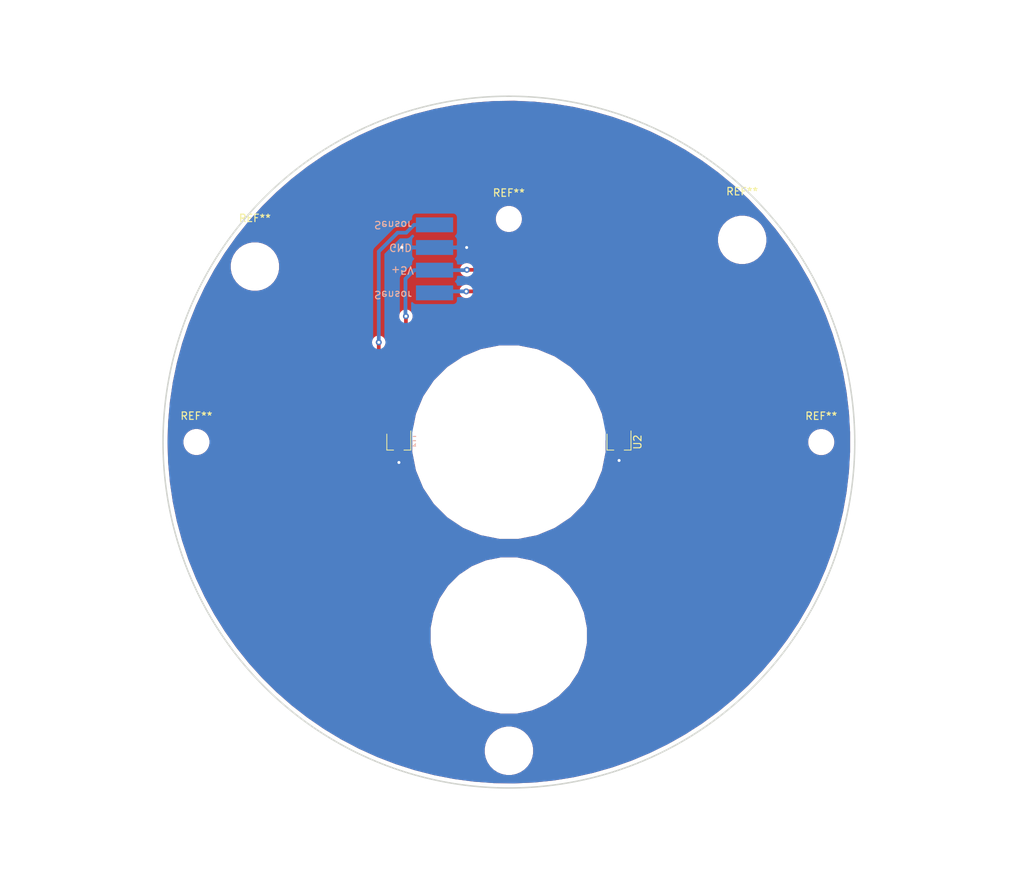
<source format=kicad_pcb>
(kicad_pcb (version 20171130) (host pcbnew "(5.1.5)-3")

  (general
    (thickness 1.6)
    (drawings 2)
    (tracks 43)
    (zones 0)
    (modules 14)
    (nets 5)
  )

  (page A4)
  (layers
    (0 F.Cu signal)
    (31 B.Cu signal)
    (32 B.Adhes user)
    (33 F.Adhes user)
    (34 B.Paste user)
    (35 F.Paste user)
    (36 B.SilkS user)
    (37 F.SilkS user)
    (38 B.Mask user)
    (39 F.Mask user)
    (40 Dwgs.User user)
    (41 Cmts.User user)
    (42 Eco1.User user)
    (43 Eco2.User user)
    (44 Edge.Cuts user)
    (45 Margin user)
    (46 B.CrtYd user)
    (47 F.CrtYd user)
    (48 B.Fab user)
    (49 F.Fab user)
  )

  (setup
    (last_trace_width 0.25)
    (trace_clearance 0.2)
    (zone_clearance 0.508)
    (zone_45_only no)
    (trace_min 0.2)
    (via_size 0.8)
    (via_drill 0.4)
    (via_min_size 0.4)
    (via_min_drill 0.3)
    (uvia_size 0.3)
    (uvia_drill 0.1)
    (uvias_allowed no)
    (uvia_min_size 0.2)
    (uvia_min_drill 0.1)
    (edge_width 0.05)
    (segment_width 0.2)
    (pcb_text_width 0.3)
    (pcb_text_size 1.5 1.5)
    (mod_edge_width 0.12)
    (mod_text_size 1 1)
    (mod_text_width 0.15)
    (pad_size 25 25)
    (pad_drill 25)
    (pad_to_mask_clearance 0.051)
    (solder_mask_min_width 0.25)
    (aux_axis_origin 0 0)
    (visible_elements 7FFFFFFF)
    (pcbplotparams
      (layerselection 0x010fc_ffffffff)
      (usegerberextensions true)
      (usegerberattributes false)
      (usegerberadvancedattributes false)
      (creategerberjobfile false)
      (excludeedgelayer true)
      (linewidth 0.100000)
      (plotframeref false)
      (viasonmask false)
      (mode 1)
      (useauxorigin false)
      (hpglpennumber 1)
      (hpglpenspeed 20)
      (hpglpendiameter 15.000000)
      (psnegative false)
      (psa4output false)
      (plotreference true)
      (plotvalue true)
      (plotinvisibletext false)
      (padsonsilk false)
      (subtractmaskfromsilk false)
      (outputformat 1)
      (mirror false)
      (drillshape 0)
      (scaleselection 1)
      (outputdirectory "GERBER/"))
  )

  (net 0 "")
  (net 1 GND)
  (net 2 "Net-(H1-Pad1)")
  (net 3 "Net-(H2-Pad1)")
  (net 4 "Net-(H4-Pad1)")

  (net_class Default "Ceci est la Netclass par défaut."
    (clearance 0.2)
    (trace_width 0.25)
    (via_dia 0.8)
    (via_drill 0.4)
    (uvia_dia 0.3)
    (uvia_drill 0.1)
    (add_net GND)
    (add_net "Net-(H1-Pad1)")
    (add_net "Net-(H2-Pad1)")
    (add_net "Net-(H4-Pad1)")
  )

  (module MountingHole:MountingHole_5.5mm (layer F.Cu) (tedit 61DAF72C) (tstamp 61DB05F3)
    (at 127.35 143.1)
    (descr "Mounting Hole 5.5mm, no annular")
    (tags "mounting hole 5.5mm no annular")
    (attr virtual)
    (fp_text reference REF** (at 0 -6.5) (layer F.SilkS)
      (effects (font (size 1 1) (thickness 0.15)))
    )
    (fp_text value MountingHole_5.5mm (at 0 6.5) (layer F.Fab)
      (effects (font (size 1 1) (thickness 0.15)))
    )
    (fp_circle (center 0 0) (end 3.25 0) (layer F.CrtYd) (width 0.05))
    (fp_circle (center 0 0) (end 3 0) (layer Cmts.User) (width 0.15))
    (fp_text user %R (at 0.3 0) (layer F.Fab)
      (effects (font (size 1 1) (thickness 0.15)))
    )
    (pad 1 np_thru_hole circle (at 0 0) (size 5.5 5.5) (drill 5.5) (layers *.Cu *.Mask))
  )

  (module MountingHole:MountingHole_5.5mm (layer F.Cu) (tedit 56D1B4CB) (tstamp 61DB0617)
    (at 93.2 78)
    (descr "Mounting Hole 5.5mm, no annular")
    (tags "mounting hole 5.5mm no annular")
    (attr virtual)
    (fp_text reference REF** (at 0 -6.5) (layer F.SilkS)
      (effects (font (size 1 1) (thickness 0.15)))
    )
    (fp_text value MountingHole_5.5mm (at 0 6.5) (layer F.Fab)
      (effects (font (size 1 1) (thickness 0.15)))
    )
    (fp_circle (center 0 0) (end 5.75 0) (layer F.CrtYd) (width 0.05))
    (fp_circle (center 0 0) (end 5.5 0) (layer Cmts.User) (width 0.15))
    (fp_text user %R (at 0.3 0) (layer F.Fab)
      (effects (font (size 1 1) (thickness 0.15)))
    )
    (pad 1 np_thru_hole circle (at 0 0) (size 5.5 5.5) (drill 5.5) (layers *.Cu *.Mask))
  )

  (module MountingHole:MountingHole_2.5mm (layer F.Cu) (tedit 56D1B4CB) (tstamp 61DB0CD1)
    (at 127.34 71.6)
    (descr "Mounting Hole 2.5mm, no annular")
    (tags "mounting hole 2.5mm no annular")
    (attr virtual)
    (fp_text reference REF** (at 0 -3.5) (layer F.SilkS)
      (effects (font (size 1 1) (thickness 0.15)))
    )
    (fp_text value MountingHole_2.5mm (at 0 3.5) (layer F.Fab)
      (effects (font (size 1 1) (thickness 0.15)))
    )
    (fp_circle (center 0 0) (end 2.75 0) (layer F.CrtYd) (width 0.05))
    (fp_circle (center 0 0) (end 2.5 0) (layer Cmts.User) (width 0.15))
    (fp_text user %R (at 0.3 0) (layer F.Fab)
      (effects (font (size 1 1) (thickness 0.15)))
    )
    (pad 1 np_thru_hole circle (at 0 0) (size 2.5 2.5) (drill 2.5) (layers *.Cu *.Mask))
  )

  (module MountingHole:MountingHole_2.5mm (layer F.Cu) (tedit 56D1B4CB) (tstamp 61DB0BA9)
    (at 85.34 101.59)
    (descr "Mounting Hole 2.5mm, no annular")
    (tags "mounting hole 2.5mm no annular")
    (attr virtual)
    (fp_text reference REF** (at 0 -3.5) (layer F.SilkS)
      (effects (font (size 1 1) (thickness 0.15)))
    )
    (fp_text value MountingHole_2.5mm (at 0 3.5) (layer F.Fab)
      (effects (font (size 1 1) (thickness 0.15)))
    )
    (fp_circle (center 0 0) (end 2.75 0) (layer F.CrtYd) (width 0.05))
    (fp_circle (center 0 0) (end 2.5 0) (layer Cmts.User) (width 0.15))
    (fp_text user %R (at 0.3 0) (layer F.Fab)
      (effects (font (size 1 1) (thickness 0.15)))
    )
    (pad 1 np_thru_hole circle (at 0 0) (size 2.5 2.5) (drill 2.5) (layers *.Cu *.Mask))
  )

  (module MountingHole:MountingHole_2.5mm (layer F.Cu) (tedit 56D1B4CB) (tstamp 61DB0B6F)
    (at 169.34 101.6)
    (descr "Mounting Hole 2.5mm, no annular")
    (tags "mounting hole 2.5mm no annular")
    (attr virtual)
    (fp_text reference REF** (at 0 -3.5) (layer F.SilkS)
      (effects (font (size 1 1) (thickness 0.15)))
    )
    (fp_text value MountingHole_2.5mm (at 0 3.5) (layer F.Fab)
      (effects (font (size 1 1) (thickness 0.15)))
    )
    (fp_circle (center 0 0) (end 2.75 0) (layer F.CrtYd) (width 0.05))
    (fp_circle (center 0 0) (end 2.5 0) (layer Cmts.User) (width 0.15))
    (fp_text user %R (at 0.3 0) (layer F.Fab)
      (effects (font (size 1 1) (thickness 0.15)))
    )
    (pad 1 np_thru_hole circle (at 0 0) (size 2.5 2.5) (drill 2.5) (layers *.Cu *.Mask))
  )

  (module MountingHole:MountingHole_5.5mm (layer F.Cu) (tedit 61DAEC54) (tstamp 61DB0A1D)
    (at 127.33 127.6)
    (descr "Mounting Hole 5.5mm, no annular")
    (tags "mounting hole 5.5mm no annular")
    (attr virtual)
    (fp_text reference REF** (at 0 -6.5) (layer F.SilkS)
      (effects (font (size 1 1) (thickness 0.15)))
    )
    (fp_text value MountingHole_5.5mm (at 0 6.5) (layer F.Fab)
      (effects (font (size 1 1) (thickness 0.15)))
    )
    (fp_circle (center 0 0) (end 11 0) (layer F.CrtYd) (width 0.05))
    (fp_circle (center 0 0) (end 10.5 0) (layer Cmts.User) (width 0.15))
    (fp_text user %R (at 0.3 0) (layer F.Fab)
      (effects (font (size 1 1) (thickness 0.15)))
    )
    (pad "" np_thru_hole circle (at 0 0) (size 20 20) (drill 20) (layers *.Cu *.Mask))
  )

  (module MountingHole:MountingHole_5.5mm (layer F.Cu) (tedit 61DAEBB9) (tstamp 61DB0886)
    (at 127.35 101.61)
    (descr "Mounting Hole 5.5mm, no annular")
    (tags "mounting hole 5.5mm no annular")
    (attr virtual)
    (fp_text reference REF** (at 0 -6.5) (layer F.SilkS)
      (effects (font (size 1 1) (thickness 0.15)))
    )
    (fp_text value MountingHole_5.5mm (at 0 6.5) (layer F.Fab)
      (effects (font (size 1 1) (thickness 0.15)))
    )
    (fp_circle (center 0 0) (end 13 0) (layer F.CrtYd) (width 0.05))
    (fp_circle (center 0 0) (end 12.75 0) (layer Cmts.User) (width 0.15))
    (pad "" np_thru_hole circle (at 0 0) (size 25 25) (drill 25) (layers *.Cu *.Mask))
  )

  (module MountingHole:MountingHole_5.5mm (layer F.Cu) (tedit 56D1B4CB) (tstamp 61DB063B)
    (at 158.71 74.41)
    (descr "Mounting Hole 5.5mm, no annular")
    (tags "mounting hole 5.5mm no annular")
    (attr virtual)
    (fp_text reference REF** (at 0 -6.5) (layer F.SilkS)
      (effects (font (size 1 1) (thickness 0.15)))
    )
    (fp_text value MountingHole_5.5mm (at 0 6.5) (layer F.Fab)
      (effects (font (size 1 1) (thickness 0.15)))
    )
    (fp_circle (center 0 0) (end 5.75 0) (layer F.CrtYd) (width 0.05))
    (fp_circle (center 0 0) (end 5.5 0) (layer Cmts.User) (width 0.15))
    (fp_text user %R (at 0.3 0) (layer F.Fab)
      (effects (font (size 1 1) (thickness 0.15)))
    )
    (pad 1 np_thru_hole circle (at 0 0) (size 5.5 5.5) (drill 5.5) (layers *.Cu *.Mask))
  )

  (module Connector_Wire:SolderWirePad_1x01_SMD_5x10mm (layer F.Cu) (tedit 61DABE85) (tstamp 61DAE844)
    (at 117.348 78.486 90)
    (descr "Wire Pad, Square, SMD Pad,  5mm x 10mm,")
    (tags "MesurementPoint Square SMDPad 5mmx10mm ")
    (path /61DB80A0)
    (fp_text reference +5V (at 0 -4.318 180 unlocked) (layer B.SilkS)
      (effects (font (size 1 1) (thickness 0.15)) (justify mirror))
    )
    (fp_text value MountingHole_Pad (at 0 6.35 90) (layer B.Fab)
      (effects (font (size 1 1) (thickness 0.15)) (justify mirror))
    )
    (fp_line (start -1.3 -2.8) (end -1.3 2.8) (layer F.CrtYd) (width 0.05))
    (fp_line (start -1.3 2.8) (end 1.3 2.8) (layer F.CrtYd) (width 0.05))
    (fp_line (start 1.3 2.8) (end 1.3 -2.8) (layer F.CrtYd) (width 0.05))
    (fp_line (start 1.3 -2.8) (end -1.3 -2.8) (layer F.CrtYd) (width 0.05))
    (fp_text user %R (at 0 0 90) (layer B.Fab)
      (effects (font (size 1 1) (thickness 0.15)) (justify mirror))
    )
    (pad 1 smd rect (at 0 0 270) (size 2 5) (layers B.Cu B.Paste B.Mask)
      (net 2 "Net-(H1-Pad1)"))
  )

  (module Connector_Wire:SolderWirePad_1x01_SMD_5x10mm (layer B.Cu) (tedit 61DABE06) (tstamp 61DAF897)
    (at 117.348 81.534 270)
    (descr "Wire Pad, Square, SMD Pad,  5mm x 10mm,")
    (tags "MesurementPoint Square SMDPad 5mmx10mm ")
    (path /61DBB087)
    (attr smd virtual)
    (fp_text reference Sensor (at 0.254 5.588 180 unlocked) (layer B.SilkS)
      (effects (font (size 1 1) (thickness 0.15)) (justify mirror))
    )
    (fp_text value MountingHole_Pad (at 0 -6.35 90) (layer B.Fab)
      (effects (font (size 1 1) (thickness 0.15)) (justify mirror))
    )
    (fp_line (start -1.3 2.8) (end -1.3 -2.8) (layer B.CrtYd) (width 0.05))
    (fp_line (start -1.3 -2.8) (end 1.3 -2.8) (layer B.CrtYd) (width 0.05))
    (fp_line (start 1.3 -2.8) (end 1.3 2.8) (layer B.CrtYd) (width 0.05))
    (fp_line (start 1.3 2.8) (end -1.3 2.8) (layer B.CrtYd) (width 0.05))
    (fp_text user %R (at 0 0 90) (layer B.Fab)
      (effects (font (size 1 1) (thickness 0.15)) (justify mirror))
    )
    (pad 1 smd rect (at 0 0 270) (size 2 5) (layers B.Cu B.Paste B.Mask)
      (net 4 "Net-(H4-Pad1)"))
  )

  (module Connector_Wire:SolderWirePad_1x01_SMD_5x10mm (layer B.Cu) (tedit 61DABD77) (tstamp 61DAEA97)
    (at 117.348 75.438 270)
    (descr "Wire Pad, Square, SMD Pad,  5mm x 10mm,")
    (tags "MesurementPoint Square SMDPad 5mmx10mm ")
    (path /61DBBF93)
    (attr smd virtual)
    (fp_text reference GND (at 0 4.572 180 unlocked) (layer B.SilkS)
      (effects (font (size 1 1) (thickness 0.15)) (justify mirror))
    )
    (fp_text value MountingHole_Pad (at 0 -6.35 90) (layer B.Fab)
      (effects (font (size 1 1) (thickness 0.15)) (justify mirror))
    )
    (fp_line (start -1.3 2.8) (end -1.3 -2.8) (layer B.CrtYd) (width 0.05))
    (fp_line (start -1.3 -2.8) (end 1.3 -2.8) (layer B.CrtYd) (width 0.05))
    (fp_line (start 1.3 -2.8) (end 1.3 2.8) (layer B.CrtYd) (width 0.05))
    (fp_line (start 1.3 2.8) (end -1.3 2.8) (layer B.CrtYd) (width 0.05))
    (fp_text user %R (at 0 0 90) (layer B.Fab)
      (effects (font (size 1 1) (thickness 0.15)) (justify mirror))
    )
    (pad 1 smd rect (at 0 0 270) (size 2 5) (layers B.Cu B.Paste B.Mask)
      (net 1 GND))
  )

  (module Connector_Wire:SolderWirePad_1x01_SMD_5x10mm (layer B.Cu) (tedit 61DABC7F) (tstamp 61DAF7CD)
    (at 117.348 72.39 270)
    (descr "Wire Pad, Square, SMD Pad,  5mm x 10mm,")
    (tags "MesurementPoint Square SMDPad 5mmx10mm ")
    (path /61DBB8E4)
    (attr smd virtual)
    (fp_text reference Sensor (at 0 5.588 180 unlocked) (layer B.SilkS)
      (effects (font (size 1 1) (thickness 0.15)) (justify mirror))
    )
    (fp_text value MountingHole_Pad (at 0 -6.35 90) (layer B.Fab)
      (effects (font (size 1 1) (thickness 0.15)) (justify mirror))
    )
    (fp_line (start -1.3 2.8) (end -1.3 -2.8) (layer B.CrtYd) (width 0.05))
    (fp_line (start -1.3 -2.8) (end 1.3 -2.8) (layer B.CrtYd) (width 0.05))
    (fp_line (start 1.3 -2.8) (end 1.3 2.8) (layer B.CrtYd) (width 0.05))
    (fp_line (start 1.3 2.8) (end -1.3 2.8) (layer B.CrtYd) (width 0.05))
    (fp_text user %R (at 0 0 270) (layer B.Fab)
      (effects (font (size 1 1) (thickness 0.15)) (justify mirror))
    )
    (pad 1 smd rect (at 0 0 270) (size 2 5) (layers B.Cu B.Paste B.Mask)
      (net 3 "Net-(H2-Pad1)"))
  )

  (module Package_TO_SOT_SMD:SOT-23W (layer F.Cu) (tedit 5A02FF57) (tstamp 61DB0F97)
    (at 142.15 101.6 270)
    (descr "SOT-23W http://www.allegromicro.com/~/media/Files/Datasheets/A112x-Datasheet.ashx?la=en&hash=7BC461E058CC246E0BAB62433B2F1ECA104CA9D3")
    (tags SOT-23W)
    (path /61D9D574)
    (attr smd)
    (fp_text reference U2 (at 0 -2.5 90) (layer F.SilkS)
      (effects (font (size 1 1) (thickness 0.15)))
    )
    (fp_text value A1302ELHLT-T (at 0 2.5 90) (layer F.Fab)
      (effects (font (size 1 1) (thickness 0.15)))
    )
    (fp_line (start -1.95 1.74) (end -1.95 -1.74) (layer F.CrtYd) (width 0.05))
    (fp_line (start 1.95 1.74) (end -1.95 1.74) (layer F.CrtYd) (width 0.05))
    (fp_line (start 1.95 -1.74) (end 1.95 1.74) (layer F.CrtYd) (width 0.05))
    (fp_line (start -1.95 -1.74) (end 1.95 -1.74) (layer F.CrtYd) (width 0.05))
    (fp_line (start -0.955 1.49) (end 0.955 1.49) (layer F.Fab) (width 0.1))
    (fp_line (start 0.955 -1.49) (end 0.955 1.49) (layer F.Fab) (width 0.1))
    (fp_line (start -0.955 -0.49) (end 0.045 -1.49) (layer F.Fab) (width 0.1))
    (fp_line (start 0.045 -1.49) (end 0.955 -1.49) (layer F.Fab) (width 0.1))
    (fp_line (start -0.955 -0.49) (end -0.955 1.49) (layer F.Fab) (width 0.1))
    (fp_text user %R (at 0 0) (layer F.Fab)
      (effects (font (size 0.5 0.5) (thickness 0.075)))
    )
    (fp_line (start -1.075 1.61) (end 1.075 1.61) (layer F.SilkS) (width 0.12))
    (fp_line (start -1.5 -1.61) (end 1.075 -1.61) (layer F.SilkS) (width 0.12))
    (fp_line (start 1.075 0.7) (end 1.075 1.61) (layer F.SilkS) (width 0.12))
    (fp_line (start 1.075 -1.61) (end 1.075 -0.7) (layer F.SilkS) (width 0.12))
    (pad 3 smd rect (at 1.2 0 270) (size 1 0.7) (layers F.Cu F.Paste F.Mask)
      (net 1 GND))
    (pad 2 smd rect (at -1.2 0.95 270) (size 1 0.7) (layers F.Cu F.Paste F.Mask)
      (net 4 "Net-(H4-Pad1)"))
    (pad 1 smd rect (at -1.2 -0.95 270) (size 1 0.7) (layers F.Cu F.Paste F.Mask)
      (net 2 "Net-(H1-Pad1)"))
    (model ${KISYS3DMOD}/Package_TO_SOT_SMD.3dshapes/SOT-23W.wrl
      (at (xyz 0 0 0))
      (scale (xyz 1 1 1))
      (rotate (xyz 0 0 0))
    )
  )

  (module Package_TO_SOT_SMD:SOT-23W (layer F.Cu) (tedit 5A02FF57) (tstamp 61DB0ECB)
    (at 112.54 101.6 270)
    (descr "SOT-23W http://www.allegromicro.com/~/media/Files/Datasheets/A112x-Datasheet.ashx?la=en&hash=7BC461E058CC246E0BAB62433B2F1ECA104CA9D3")
    (tags SOT-23W)
    (path /61D9CBE1)
    (attr smd)
    (fp_text reference U1 (at 0 -2.5 90) (layer B.SilkS)
      (effects (font (size 1 1) (thickness 0.15)) (justify mirror))
    )
    (fp_text value A1302ELHLT-T (at 0 2.5 90) (layer B.Fab)
      (effects (font (size 1 1) (thickness 0.15)) (justify mirror))
    )
    (fp_line (start -1.95 1.74) (end -1.95 -1.74) (layer F.CrtYd) (width 0.05))
    (fp_line (start 1.95 1.74) (end -1.95 1.74) (layer F.CrtYd) (width 0.05))
    (fp_line (start 1.95 -1.74) (end 1.95 1.74) (layer F.CrtYd) (width 0.05))
    (fp_line (start -1.95 -1.74) (end 1.95 -1.74) (layer F.CrtYd) (width 0.05))
    (fp_line (start -0.955 1.49) (end 0.955 1.49) (layer F.Fab) (width 0.1))
    (fp_line (start 0.955 -1.49) (end 0.955 1.49) (layer F.Fab) (width 0.1))
    (fp_line (start -0.955 -0.49) (end 0.045 -1.49) (layer F.Fab) (width 0.1))
    (fp_line (start 0.045 -1.49) (end 0.955 -1.49) (layer F.Fab) (width 0.1))
    (fp_line (start -0.955 -0.49) (end -0.955 1.49) (layer F.Fab) (width 0.1))
    (fp_text user %R (at 0 0) (layer F.Fab)
      (effects (font (size 0.5 0.5) (thickness 0.075)))
    )
    (fp_line (start -1.075 1.61) (end 1.075 1.61) (layer F.SilkS) (width 0.12))
    (fp_line (start -1.5 -1.61) (end 1.075 -1.61) (layer F.SilkS) (width 0.12))
    (fp_line (start 1.075 0.7) (end 1.075 1.61) (layer F.SilkS) (width 0.12))
    (fp_line (start 1.075 -1.61) (end 1.075 -0.7) (layer F.SilkS) (width 0.12))
    (pad 3 smd rect (at 1.2 0 270) (size 1 0.7) (layers F.Cu F.Paste F.Mask)
      (net 1 GND))
    (pad 2 smd rect (at -1.2 0.95 270) (size 1 0.7) (layers F.Cu F.Paste F.Mask)
      (net 3 "Net-(H2-Pad1)"))
    (pad 1 smd rect (at -1.2 -0.95 270) (size 1 0.7) (layers F.Cu F.Paste F.Mask)
      (net 2 "Net-(H1-Pad1)"))
    (model ${KISYS3DMOD}/Package_TO_SOT_SMD.3dshapes/SOT-23W.wrl
      (at (xyz 0 0 0))
      (scale (xyz 1 1 1))
      (rotate (xyz 0 0 0))
    )
  )

  (gr_circle (center 127.344 101.6) (end 132.08 113.03) (layer Edge.Cuts) (width 0.05))
  (gr_circle (center 127.344 101.6) (end 173.844 101.6) (layer Edge.Cuts) (width 0.2))

  (via (at 121.666 75.438) (size 0.8) (drill 0.4) (layers F.Cu B.Cu) (net 1))
  (segment (start 117.348 75.438) (end 121.666 75.438) (width 0.5) (layer B.Cu) (net 1))
  (segment (start 114.598 75.438) (end 114.58 75.42) (width 0.5) (layer B.Cu) (net 1))
  (segment (start 114.58 75.42) (end 112.95 75.42) (width 0.5) (layer B.Cu) (net 1))
  (via (at 112.95 75.42) (size 0.8) (drill 0.4) (layers F.Cu B.Cu) (net 1))
  (segment (start 117.348 75.438) (end 114.598 75.438) (width 0.5) (layer B.Cu) (net 1))
  (via (at 112.56 104.34) (size 0.8) (drill 0.4) (layers F.Cu B.Cu) (net 1))
  (segment (start 112.54 102.8) (end 112.54 104.32) (width 0.5) (layer F.Cu) (net 1))
  (segment (start 112.54 104.32) (end 112.56 104.34) (width 0.5) (layer F.Cu) (net 1))
  (via (at 142.16 104.07) (size 0.8) (drill 0.4) (layers F.Cu B.Cu) (net 1))
  (segment (start 142.15 102.8) (end 142.15 104.06) (width 0.5) (layer F.Cu) (net 1))
  (segment (start 142.15 104.06) (end 142.16 104.07) (width 0.5) (layer F.Cu) (net 1))
  (segment (start 114.598 78.486) (end 113.44 79.644) (width 0.5) (layer B.Cu) (net 2))
  (segment (start 117.348 78.486) (end 114.598 78.486) (width 0.5) (layer B.Cu) (net 2))
  (via (at 113.5 84.68) (size 0.8) (drill 0.4) (layers F.Cu B.Cu) (net 2))
  (segment (start 113.44 79.644) (end 113.44 84.62) (width 0.5) (layer B.Cu) (net 2))
  (segment (start 113.44 84.62) (end 113.5 84.68) (width 0.5) (layer B.Cu) (net 2))
  (segment (start 113.5 100.39) (end 113.49 100.4) (width 0.5) (layer F.Cu) (net 2))
  (segment (start 113.5 84.68) (end 113.5 100.39) (width 0.5) (layer F.Cu) (net 2))
  (via (at 121.69 78.44) (size 0.8) (drill 0.4) (layers F.Cu B.Cu) (net 2))
  (segment (start 117.348 78.486) (end 121.644 78.486) (width 0.5) (layer B.Cu) (net 2))
  (segment (start 121.644 78.486) (end 121.69 78.44) (width 0.5) (layer B.Cu) (net 2))
  (segment (start 121.69 78.44) (end 131.45 78.44) (width 0.5) (layer F.Cu) (net 2))
  (segment (start 143.1 90.09) (end 143.1 100.4) (width 0.5) (layer F.Cu) (net 2))
  (segment (start 131.45 78.44) (end 143.1 90.09) (width 0.5) (layer F.Cu) (net 2))
  (segment (start 112.08 100.4) (end 111.48 100.4) (width 0.5) (layer F.Cu) (net 3))
  (segment (start 109.85 99.26) (end 110.99 100.4) (width 0.5) (layer F.Cu) (net 3))
  (segment (start 109.85 88.19) (end 109.85 99.26) (width 0.5) (layer F.Cu) (net 3))
  (segment (start 112.38 73.45) (end 109.85 75.98) (width 0.5) (layer B.Cu) (net 3))
  (segment (start 109.85 75.98) (end 109.85 88.19) (width 0.5) (layer B.Cu) (net 3))
  (segment (start 110.99 100.4) (end 111.59 100.4) (width 0.5) (layer F.Cu) (net 3))
  (segment (start 113.538 73.45) (end 112.38 73.45) (width 0.5) (layer B.Cu) (net 3))
  (segment (start 117.348 72.39) (end 114.598 72.39) (width 0.5) (layer B.Cu) (net 3))
  (segment (start 114.598 72.39) (end 113.538 73.45) (width 0.5) (layer B.Cu) (net 3))
  (via (at 109.85 88.19) (size 0.8) (drill 0.4) (layers F.Cu B.Cu) (net 3))
  (segment (start 140.782 100.4) (end 140.782 99.408) (width 0.5) (layer F.Cu) (net 4))
  (segment (start 121.61 81.34) (end 117.542 81.34) (width 0.5) (layer B.Cu) (net 4))
  (segment (start 117.542 81.34) (end 117.348 81.534) (width 0.5) (layer B.Cu) (net 4))
  (segment (start 130.51 81.34) (end 121.61 81.34) (width 0.5) (layer F.Cu) (net 4))
  (segment (start 140.98 91.81) (end 130.51 81.34) (width 0.5) (layer F.Cu) (net 4))
  (via (at 121.61 81.34) (size 0.8) (drill 0.4) (layers F.Cu B.Cu) (net 4))
  (segment (start 140.98 99.21) (end 140.98 91.81) (width 0.5) (layer F.Cu) (net 4))
  (segment (start 140.782 99.408) (end 140.98 99.21) (width 0.5) (layer F.Cu) (net 4))

  (zone (net 1) (net_name GND) (layer F.Cu) (tstamp 61DB1015) (hatch edge 0.508)
    (connect_pads (clearance 0.508))
    (min_thickness 0.254)
    (fill yes (arc_segments 32) (thermal_gap 0.508) (thermal_bridge_width 0.508))
    (polygon
      (pts
        (xy 185.42 50.8) (xy 182.118 151.638) (xy 66.802 151.892) (xy 80.518 50.546) (xy 72.898 50.292)
      )
    )
    (filled_polygon
      (pts
        (xy 130.700213 55.958231) (xy 133.373035 56.233868) (xy 136.025073 56.665891) (xy 138.647186 57.252811) (xy 141.230335 57.992605)
        (xy 143.765615 58.882722) (xy 146.244286 59.920096) (xy 148.657803 61.101148) (xy 150.997848 62.421808) (xy 153.256353 63.877524)
        (xy 155.425532 65.463277) (xy 157.497909 67.1736) (xy 159.466339 69.002599) (xy 161.324036 70.943967) (xy 163.064598 72.991013)
        (xy 164.682023 75.136681) (xy 166.170736 77.373573) (xy 167.525606 79.693978) (xy 168.741961 82.089898) (xy 169.815608 84.553073)
        (xy 170.742848 87.075013) (xy 171.520482 89.647023) (xy 172.145831 92.260238) (xy 172.616739 94.905648) (xy 172.931582 97.574136)
        (xy 173.089276 100.256502) (xy 173.089276 102.943498) (xy 172.931582 105.625864) (xy 172.616739 108.294352) (xy 172.145831 110.939762)
        (xy 171.520482 113.552977) (xy 170.742848 116.124987) (xy 169.815608 118.646927) (xy 168.741961 121.110102) (xy 167.525606 123.506022)
        (xy 166.170736 125.826427) (xy 164.682023 128.063319) (xy 163.064598 130.208987) (xy 161.324036 132.256033) (xy 159.466339 134.197401)
        (xy 157.497909 136.0264) (xy 155.425532 137.736723) (xy 153.256353 139.322476) (xy 150.997848 140.778192) (xy 148.657803 142.098852)
        (xy 146.244286 143.279904) (xy 143.765615 144.317278) (xy 141.230335 145.207395) (xy 138.647186 145.947189) (xy 136.025073 146.534109)
        (xy 133.373035 146.966132) (xy 130.700213 147.241769) (xy 128.015822 147.360069) (xy 125.329114 147.320624) (xy 122.649353 147.123571)
        (xy 119.985775 146.769589) (xy 117.347562 146.259898) (xy 114.743809 145.596254) (xy 112.183491 144.780947) (xy 109.675435 143.816786)
        (xy 107.359525 142.766607) (xy 123.965 142.766607) (xy 123.965 143.433393) (xy 124.095083 144.087368) (xy 124.350252 144.703399)
        (xy 124.720698 145.257812) (xy 125.192188 145.729302) (xy 125.746601 146.099748) (xy 126.362632 146.354917) (xy 127.016607 146.485)
        (xy 127.683393 146.485) (xy 128.337368 146.354917) (xy 128.953399 146.099748) (xy 129.507812 145.729302) (xy 129.979302 145.257812)
        (xy 130.349748 144.703399) (xy 130.604917 144.087368) (xy 130.735 143.433393) (xy 130.735 142.766607) (xy 130.604917 142.112632)
        (xy 130.349748 141.496601) (xy 129.979302 140.942188) (xy 129.507812 140.470698) (xy 128.953399 140.100252) (xy 128.337368 139.845083)
        (xy 127.683393 139.715) (xy 127.016607 139.715) (xy 126.362632 139.845083) (xy 125.746601 140.100252) (xy 125.192188 140.470698)
        (xy 124.720698 140.942188) (xy 124.350252 141.496601) (xy 124.095083 142.112632) (xy 123.965 142.766607) (xy 107.359525 142.766607)
        (xy 107.228286 142.707095) (xy 104.85048 141.4557) (xy 102.550214 140.066913) (xy 100.335417 138.545523) (xy 98.213725 136.896774)
        (xy 96.19245 135.12635) (xy 94.278561 133.240354) (xy 92.478656 131.245287) (xy 90.798939 129.148026) (xy 89.2452 126.955802)
        (xy 88.993583 126.552544) (xy 116.695 126.552544) (xy 116.695 128.647456) (xy 117.103697 130.702115) (xy 117.905385 132.637561)
        (xy 119.069256 134.379417) (xy 120.550583 135.860744) (xy 122.292439 137.024615) (xy 124.227885 137.826303) (xy 126.282544 138.235)
        (xy 128.377456 138.235) (xy 130.432115 137.826303) (xy 132.367561 137.024615) (xy 134.109417 135.860744) (xy 135.590744 134.379417)
        (xy 136.754615 132.637561) (xy 137.556303 130.702115) (xy 137.965 128.647456) (xy 137.965 126.552544) (xy 137.556303 124.497885)
        (xy 136.754615 122.562439) (xy 135.590744 120.820583) (xy 134.109417 119.339256) (xy 132.367561 118.175385) (xy 130.432115 117.373697)
        (xy 128.377456 116.965) (xy 126.282544 116.965) (xy 124.227885 117.373697) (xy 122.292439 118.175385) (xy 120.550583 119.339256)
        (xy 119.069256 120.820583) (xy 117.905385 122.562439) (xy 117.103697 124.497885) (xy 116.695 126.552544) (xy 88.993583 126.552544)
        (xy 87.822796 124.67617) (xy 86.536629 122.316991) (xy 85.391134 119.886396) (xy 84.390259 117.392764) (xy 83.537455 114.84469)
        (xy 82.835661 112.25096) (xy 82.287296 109.620514) (xy 81.894251 106.962419) (xy 81.657881 104.285839) (xy 81.579 101.6)
        (xy 81.584746 101.404344) (xy 83.455 101.404344) (xy 83.455 101.775656) (xy 83.527439 102.139834) (xy 83.669534 102.482882)
        (xy 83.875825 102.791618) (xy 84.138382 103.054175) (xy 84.447118 103.260466) (xy 84.790166 103.402561) (xy 85.154344 103.475)
        (xy 85.525656 103.475) (xy 85.889834 103.402561) (xy 86.137438 103.3) (xy 111.551928 103.3) (xy 111.564188 103.424482)
        (xy 111.600498 103.54418) (xy 111.659463 103.654494) (xy 111.738815 103.751185) (xy 111.835506 103.830537) (xy 111.94582 103.889502)
        (xy 112.065518 103.925812) (xy 112.19 103.938072) (xy 112.25425 103.935) (xy 112.413 103.77625) (xy 112.413 102.927)
        (xy 112.667 102.927) (xy 112.667 103.77625) (xy 112.82575 103.935) (xy 112.89 103.938072) (xy 113.014482 103.925812)
        (xy 113.13418 103.889502) (xy 113.244494 103.830537) (xy 113.341185 103.751185) (xy 113.420537 103.654494) (xy 113.479502 103.54418)
        (xy 113.515812 103.424482) (xy 113.528072 103.3) (xy 113.525 103.08575) (xy 113.36625 102.927) (xy 112.667 102.927)
        (xy 112.413 102.927) (xy 111.71375 102.927) (xy 111.555 103.08575) (xy 111.551928 103.3) (xy 86.137438 103.3)
        (xy 86.232882 103.260466) (xy 86.541618 103.054175) (xy 86.804175 102.791618) (xy 87.010466 102.482882) (xy 87.086218 102.3)
        (xy 111.551928 102.3) (xy 111.555 102.51425) (xy 111.71375 102.673) (xy 112.413 102.673) (xy 112.413 101.82375)
        (xy 112.667 101.82375) (xy 112.667 102.673) (xy 113.36625 102.673) (xy 113.525 102.51425) (xy 113.528072 102.3)
        (xy 113.515812 102.175518) (xy 113.479502 102.05582) (xy 113.420537 101.945506) (xy 113.341185 101.848815) (xy 113.244494 101.769463)
        (xy 113.13418 101.710498) (xy 113.014482 101.674188) (xy 112.89 101.661928) (xy 112.82575 101.665) (xy 112.667 101.82375)
        (xy 112.413 101.82375) (xy 112.25425 101.665) (xy 112.19 101.661928) (xy 112.065518 101.674188) (xy 111.94582 101.710498)
        (xy 111.835506 101.769463) (xy 111.738815 101.848815) (xy 111.659463 101.945506) (xy 111.600498 102.05582) (xy 111.564188 102.175518)
        (xy 111.551928 102.3) (xy 87.086218 102.3) (xy 87.152561 102.139834) (xy 87.225 101.775656) (xy 87.225 101.404344)
        (xy 87.152561 101.040166) (xy 87.010466 100.697118) (xy 86.804175 100.388382) (xy 86.541618 100.125825) (xy 86.232882 99.919534)
        (xy 85.889834 99.777439) (xy 85.525656 99.705) (xy 85.154344 99.705) (xy 84.790166 99.777439) (xy 84.447118 99.919534)
        (xy 84.138382 100.125825) (xy 83.875825 100.388382) (xy 83.669534 100.697118) (xy 83.527439 101.040166) (xy 83.455 101.404344)
        (xy 81.584746 101.404344) (xy 81.657881 98.914161) (xy 81.894251 96.237581) (xy 82.287296 93.579486) (xy 82.835661 90.94904)
        (xy 83.537455 88.35531) (xy 83.626899 88.088061) (xy 108.815 88.088061) (xy 108.815 88.291939) (xy 108.854774 88.491898)
        (xy 108.932795 88.680256) (xy 108.965 88.728454) (xy 108.965001 99.216521) (xy 108.960719 99.26) (xy 108.977805 99.43349)
        (xy 109.028412 99.600313) (xy 109.11059 99.754059) (xy 109.193468 99.855046) (xy 109.193471 99.855049) (xy 109.221184 99.888817)
        (xy 109.254951 99.916529) (xy 110.33347 100.995049) (xy 110.361183 101.028817) (xy 110.394951 101.05653) (xy 110.394953 101.056532)
        (xy 110.466452 101.11521) (xy 110.495941 101.139411) (xy 110.649687 101.221589) (xy 110.700039 101.236863) (xy 110.709463 101.254494)
        (xy 110.788815 101.351185) (xy 110.885506 101.430537) (xy 110.99582 101.489502) (xy 111.115518 101.525812) (xy 111.24 101.538072)
        (xy 111.94 101.538072) (xy 112.064482 101.525812) (xy 112.18418 101.489502) (xy 112.294494 101.430537) (xy 112.391185 101.351185)
        (xy 112.470537 101.254494) (xy 112.515249 101.170845) (xy 112.553751 101.150266) (xy 112.609463 101.254494) (xy 112.688815 101.351185)
        (xy 112.785506 101.430537) (xy 112.89582 101.489502) (xy 113.015518 101.525812) (xy 113.14 101.538072) (xy 113.84 101.538072)
        (xy 113.964482 101.525812) (xy 114.08418 101.489502) (xy 114.194494 101.430537) (xy 114.215 101.413708) (xy 114.215 102.903685)
        (xy 114.71977 105.441338) (xy 115.709914 107.831756) (xy 117.147379 109.983075) (xy 118.976925 111.812621) (xy 121.128244 113.250086)
        (xy 123.518662 114.24023) (xy 126.056315 114.745) (xy 128.643685 114.745) (xy 131.181338 114.24023) (xy 133.571756 113.250086)
        (xy 135.723075 111.812621) (xy 137.552621 109.983075) (xy 138.990086 107.831756) (xy 139.98023 105.441338) (xy 140.406168 103.3)
        (xy 141.161928 103.3) (xy 141.174188 103.424482) (xy 141.210498 103.54418) (xy 141.269463 103.654494) (xy 141.348815 103.751185)
        (xy 141.445506 103.830537) (xy 141.55582 103.889502) (xy 141.675518 103.925812) (xy 141.8 103.938072) (xy 141.86425 103.935)
        (xy 142.023 103.77625) (xy 142.023 102.927) (xy 142.277 102.927) (xy 142.277 103.77625) (xy 142.43575 103.935)
        (xy 142.5 103.938072) (xy 142.624482 103.925812) (xy 142.74418 103.889502) (xy 142.854494 103.830537) (xy 142.951185 103.751185)
        (xy 143.030537 103.654494) (xy 143.089502 103.54418) (xy 143.125812 103.424482) (xy 143.138072 103.3) (xy 143.135 103.08575)
        (xy 142.97625 102.927) (xy 142.277 102.927) (xy 142.023 102.927) (xy 141.32375 102.927) (xy 141.165 103.08575)
        (xy 141.161928 103.3) (xy 140.406168 103.3) (xy 140.485 102.903685) (xy 140.485 102.3) (xy 141.161928 102.3)
        (xy 141.165 102.51425) (xy 141.32375 102.673) (xy 142.023 102.673) (xy 142.023 101.82375) (xy 142.277 101.82375)
        (xy 142.277 102.673) (xy 142.97625 102.673) (xy 143.135 102.51425) (xy 143.138072 102.3) (xy 143.125812 102.175518)
        (xy 143.089502 102.05582) (xy 143.030537 101.945506) (xy 142.951185 101.848815) (xy 142.854494 101.769463) (xy 142.74418 101.710498)
        (xy 142.624482 101.674188) (xy 142.5 101.661928) (xy 142.43575 101.665) (xy 142.277 101.82375) (xy 142.023 101.82375)
        (xy 141.86425 101.665) (xy 141.8 101.661928) (xy 141.675518 101.674188) (xy 141.55582 101.710498) (xy 141.445506 101.769463)
        (xy 141.348815 101.848815) (xy 141.269463 101.945506) (xy 141.210498 102.05582) (xy 141.174188 102.175518) (xy 141.161928 102.3)
        (xy 140.485 102.3) (xy 140.485 101.421915) (xy 140.495506 101.430537) (xy 140.60582 101.489502) (xy 140.725518 101.525812)
        (xy 140.85 101.538072) (xy 141.55 101.538072) (xy 141.674482 101.525812) (xy 141.79418 101.489502) (xy 141.904494 101.430537)
        (xy 142.001185 101.351185) (xy 142.080537 101.254494) (xy 142.139502 101.14418) (xy 142.15 101.109573) (xy 142.160498 101.14418)
        (xy 142.219463 101.254494) (xy 142.298815 101.351185) (xy 142.395506 101.430537) (xy 142.50582 101.489502) (xy 142.625518 101.525812)
        (xy 142.75 101.538072) (xy 143.45 101.538072) (xy 143.574482 101.525812) (xy 143.69418 101.489502) (xy 143.804494 101.430537)
        (xy 143.824225 101.414344) (xy 167.455 101.414344) (xy 167.455 101.785656) (xy 167.527439 102.149834) (xy 167.669534 102.492882)
        (xy 167.875825 102.801618) (xy 168.138382 103.064175) (xy 168.447118 103.270466) (xy 168.790166 103.412561) (xy 169.154344 103.485)
        (xy 169.525656 103.485) (xy 169.889834 103.412561) (xy 170.232882 103.270466) (xy 170.541618 103.064175) (xy 170.804175 102.801618)
        (xy 171.010466 102.492882) (xy 171.152561 102.149834) (xy 171.225 101.785656) (xy 171.225 101.414344) (xy 171.152561 101.050166)
        (xy 171.010466 100.707118) (xy 170.804175 100.398382) (xy 170.541618 100.135825) (xy 170.232882 99.929534) (xy 169.889834 99.787439)
        (xy 169.525656 99.715) (xy 169.154344 99.715) (xy 168.790166 99.787439) (xy 168.447118 99.929534) (xy 168.138382 100.135825)
        (xy 167.875825 100.398382) (xy 167.669534 100.707118) (xy 167.527439 101.050166) (xy 167.455 101.414344) (xy 143.824225 101.414344)
        (xy 143.901185 101.351185) (xy 143.980537 101.254494) (xy 144.039502 101.14418) (xy 144.075812 101.024482) (xy 144.088072 100.9)
        (xy 144.088072 99.9) (xy 144.075812 99.775518) (xy 144.039502 99.65582) (xy 143.985 99.553856) (xy 143.985 90.133468)
        (xy 143.989281 90.089999) (xy 143.985 90.04653) (xy 143.985 90.046523) (xy 143.972195 89.91651) (xy 143.921589 89.749687)
        (xy 143.839411 89.595941) (xy 143.728817 89.461183) (xy 143.695051 89.433472) (xy 132.106534 77.844956) (xy 132.078817 77.811183)
        (xy 131.944059 77.700589) (xy 131.790313 77.618411) (xy 131.62349 77.567805) (xy 131.493477 77.555) (xy 131.493469 77.555)
        (xy 131.45 77.550719) (xy 131.406531 77.555) (xy 122.228454 77.555) (xy 122.180256 77.522795) (xy 121.991898 77.444774)
        (xy 121.791939 77.405) (xy 121.588061 77.405) (xy 121.388102 77.444774) (xy 121.199744 77.522795) (xy 121.030226 77.636063)
        (xy 120.886063 77.780226) (xy 120.772795 77.949744) (xy 120.694774 78.138102) (xy 120.655 78.338061) (xy 120.655 78.541939)
        (xy 120.694774 78.741898) (xy 120.772795 78.930256) (xy 120.886063 79.099774) (xy 121.030226 79.243937) (xy 121.199744 79.357205)
        (xy 121.388102 79.435226) (xy 121.588061 79.475) (xy 121.791939 79.475) (xy 121.991898 79.435226) (xy 122.180256 79.357205)
        (xy 122.228454 79.325) (xy 131.083422 79.325) (xy 142.215 90.456579) (xy 142.215001 99.553854) (xy 142.160498 99.65582)
        (xy 142.15 99.690427) (xy 142.139502 99.65582) (xy 142.080537 99.545506) (xy 142.001185 99.448815) (xy 141.904494 99.369463)
        (xy 141.856123 99.343608) (xy 141.865 99.253477) (xy 141.865 99.253467) (xy 141.869281 99.210001) (xy 141.865 99.166535)
        (xy 141.865 91.853469) (xy 141.869281 91.81) (xy 141.865 91.766531) (xy 141.865 91.766523) (xy 141.852195 91.63651)
        (xy 141.801589 91.469687) (xy 141.719411 91.315941) (xy 141.69521 91.286452) (xy 141.636532 91.214953) (xy 141.63653 91.214951)
        (xy 141.608817 91.181183) (xy 141.575049 91.15347) (xy 131.166534 80.744956) (xy 131.138817 80.711183) (xy 131.004059 80.600589)
        (xy 130.850313 80.518411) (xy 130.68349 80.467805) (xy 130.553477 80.455) (xy 130.553469 80.455) (xy 130.51 80.450719)
        (xy 130.466531 80.455) (xy 122.148454 80.455) (xy 122.100256 80.422795) (xy 121.911898 80.344774) (xy 121.711939 80.305)
        (xy 121.508061 80.305) (xy 121.308102 80.344774) (xy 121.119744 80.422795) (xy 120.950226 80.536063) (xy 120.806063 80.680226)
        (xy 120.692795 80.849744) (xy 120.614774 81.038102) (xy 120.575 81.238061) (xy 120.575 81.441939) (xy 120.614774 81.641898)
        (xy 120.692795 81.830256) (xy 120.806063 81.999774) (xy 120.950226 82.143937) (xy 121.119744 82.257205) (xy 121.308102 82.335226)
        (xy 121.508061 82.375) (xy 121.711939 82.375) (xy 121.911898 82.335226) (xy 122.100256 82.257205) (xy 122.148454 82.225)
        (xy 130.143422 82.225) (xy 140.095001 92.17658) (xy 140.095 98.355651) (xy 139.98023 97.778662) (xy 138.990086 95.388244)
        (xy 137.552621 93.236925) (xy 135.723075 91.407379) (xy 133.571756 89.969914) (xy 131.181338 88.97977) (xy 128.643685 88.475)
        (xy 126.056315 88.475) (xy 123.518662 88.97977) (xy 121.128244 89.969914) (xy 118.976925 91.407379) (xy 117.147379 93.236925)
        (xy 115.709914 95.388244) (xy 114.71977 97.778662) (xy 114.385 99.461666) (xy 114.385 85.218454) (xy 114.417205 85.170256)
        (xy 114.495226 84.981898) (xy 114.535 84.781939) (xy 114.535 84.578061) (xy 114.495226 84.378102) (xy 114.417205 84.189744)
        (xy 114.303937 84.020226) (xy 114.159774 83.876063) (xy 113.990256 83.762795) (xy 113.801898 83.684774) (xy 113.601939 83.645)
        (xy 113.398061 83.645) (xy 113.198102 83.684774) (xy 113.009744 83.762795) (xy 112.840226 83.876063) (xy 112.696063 84.020226)
        (xy 112.582795 84.189744) (xy 112.504774 84.378102) (xy 112.465 84.578061) (xy 112.465 84.781939) (xy 112.504774 84.981898)
        (xy 112.582795 85.170256) (xy 112.615 85.218454) (xy 112.615001 99.538758) (xy 112.609463 99.545506) (xy 112.553751 99.649734)
        (xy 112.515249 99.629155) (xy 112.470537 99.545506) (xy 112.391185 99.448815) (xy 112.294494 99.369463) (xy 112.18418 99.310498)
        (xy 112.064482 99.274188) (xy 111.94 99.261928) (xy 111.24 99.261928) (xy 111.115744 99.274166) (xy 110.735 98.893422)
        (xy 110.735 88.728454) (xy 110.767205 88.680256) (xy 110.845226 88.491898) (xy 110.885 88.291939) (xy 110.885 88.088061)
        (xy 110.845226 87.888102) (xy 110.767205 87.699744) (xy 110.653937 87.530226) (xy 110.509774 87.386063) (xy 110.340256 87.272795)
        (xy 110.151898 87.194774) (xy 109.951939 87.155) (xy 109.748061 87.155) (xy 109.548102 87.194774) (xy 109.359744 87.272795)
        (xy 109.190226 87.386063) (xy 109.046063 87.530226) (xy 108.932795 87.699744) (xy 108.854774 87.888102) (xy 108.815 88.088061)
        (xy 83.626899 88.088061) (xy 84.390259 85.807236) (xy 85.391134 83.313604) (xy 86.536629 80.883009) (xy 87.822796 78.52383)
        (xy 88.35767 77.666607) (xy 89.815 77.666607) (xy 89.815 78.333393) (xy 89.945083 78.987368) (xy 90.200252 79.603399)
        (xy 90.570698 80.157812) (xy 91.042188 80.629302) (xy 91.596601 80.999748) (xy 92.212632 81.254917) (xy 92.866607 81.385)
        (xy 93.533393 81.385) (xy 94.187368 81.254917) (xy 94.803399 80.999748) (xy 95.357812 80.629302) (xy 95.829302 80.157812)
        (xy 96.199748 79.603399) (xy 96.454917 78.987368) (xy 96.585 78.333393) (xy 96.585 77.666607) (xy 96.454917 77.012632)
        (xy 96.199748 76.396601) (xy 95.829302 75.842188) (xy 95.357812 75.370698) (xy 94.803399 75.000252) (xy 94.187368 74.745083)
        (xy 93.533393 74.615) (xy 92.866607 74.615) (xy 92.212632 74.745083) (xy 91.596601 75.000252) (xy 91.042188 75.370698)
        (xy 90.570698 75.842188) (xy 90.200252 76.396601) (xy 89.945083 77.012632) (xy 89.815 77.666607) (xy 88.35767 77.666607)
        (xy 89.2452 76.244198) (xy 90.78148 74.076607) (xy 155.325 74.076607) (xy 155.325 74.743393) (xy 155.455083 75.397368)
        (xy 155.710252 76.013399) (xy 156.080698 76.567812) (xy 156.552188 77.039302) (xy 157.106601 77.409748) (xy 157.722632 77.664917)
        (xy 158.376607 77.795) (xy 159.043393 77.795) (xy 159.697368 77.664917) (xy 160.313399 77.409748) (xy 160.867812 77.039302)
        (xy 161.339302 76.567812) (xy 161.709748 76.013399) (xy 161.964917 75.397368) (xy 162.095 74.743393) (xy 162.095 74.076607)
        (xy 161.964917 73.422632) (xy 161.709748 72.806601) (xy 161.339302 72.252188) (xy 160.867812 71.780698) (xy 160.313399 71.410252)
        (xy 159.697368 71.155083) (xy 159.043393 71.025) (xy 158.376607 71.025) (xy 157.722632 71.155083) (xy 157.106601 71.410252)
        (xy 156.552188 71.780698) (xy 156.080698 72.252188) (xy 155.710252 72.806601) (xy 155.455083 73.422632) (xy 155.325 74.076607)
        (xy 90.78148 74.076607) (xy 90.798939 74.051974) (xy 92.478656 71.954713) (xy 92.966164 71.414344) (xy 125.455 71.414344)
        (xy 125.455 71.785656) (xy 125.527439 72.149834) (xy 125.669534 72.492882) (xy 125.875825 72.801618) (xy 126.138382 73.064175)
        (xy 126.447118 73.270466) (xy 126.790166 73.412561) (xy 127.154344 73.485) (xy 127.525656 73.485) (xy 127.889834 73.412561)
        (xy 128.232882 73.270466) (xy 128.541618 73.064175) (xy 128.804175 72.801618) (xy 129.010466 72.492882) (xy 129.152561 72.149834)
        (xy 129.225 71.785656) (xy 129.225 71.414344) (xy 129.152561 71.050166) (xy 129.010466 70.707118) (xy 128.804175 70.398382)
        (xy 128.541618 70.135825) (xy 128.232882 69.929534) (xy 127.889834 69.787439) (xy 127.525656 69.715) (xy 127.154344 69.715)
        (xy 126.790166 69.787439) (xy 126.447118 69.929534) (xy 126.138382 70.135825) (xy 125.875825 70.398382) (xy 125.669534 70.707118)
        (xy 125.527439 71.050166) (xy 125.455 71.414344) (xy 92.966164 71.414344) (xy 94.278561 69.959646) (xy 96.19245 68.07365)
        (xy 98.213725 66.303226) (xy 100.335417 64.654477) (xy 102.550214 63.133087) (xy 104.85048 61.7443) (xy 107.228286 60.492905)
        (xy 109.675435 59.383214) (xy 112.183491 58.419053) (xy 114.743809 57.603746) (xy 117.347562 56.940102) (xy 119.985775 56.430411)
        (xy 122.649353 56.076429) (xy 125.329114 55.879376) (xy 128.015822 55.839931)
      )
    )
  )
  (zone (net 1) (net_name GND) (layer B.Cu) (tstamp 61DB1012) (hatch edge 0.508)
    (connect_pads (clearance 0.508))
    (min_thickness 0.254)
    (fill yes (arc_segments 32) (thermal_gap 0.508) (thermal_bridge_width 0.508))
    (polygon
      (pts
        (xy 63.48407 42.697644) (xy 194.31 43.434) (xy 196.596 161.036) (xy 59.944 161.29) (xy 63.48407 42.697644)
        (xy 58.928 42.672) (xy 63.5 42.164)
      )
    )
    (filled_polygon
      (pts
        (xy 130.700213 55.958231) (xy 133.373035 56.233868) (xy 136.025073 56.665891) (xy 138.647186 57.252811) (xy 141.230335 57.992605)
        (xy 143.765615 58.882722) (xy 146.244286 59.920096) (xy 148.657803 61.101148) (xy 150.997848 62.421808) (xy 153.256353 63.877524)
        (xy 155.425532 65.463277) (xy 157.497909 67.1736) (xy 159.466339 69.002599) (xy 161.324036 70.943967) (xy 163.064598 72.991013)
        (xy 164.682023 75.136681) (xy 166.170736 77.373573) (xy 167.525606 79.693978) (xy 168.741961 82.089898) (xy 169.815608 84.553073)
        (xy 170.742848 87.075013) (xy 171.520482 89.647023) (xy 172.145831 92.260238) (xy 172.616739 94.905648) (xy 172.931582 97.574136)
        (xy 173.089276 100.256502) (xy 173.089276 102.943498) (xy 172.931582 105.625864) (xy 172.616739 108.294352) (xy 172.145831 110.939762)
        (xy 171.520482 113.552977) (xy 170.742848 116.124987) (xy 169.815608 118.646927) (xy 168.741961 121.110102) (xy 167.525606 123.506022)
        (xy 166.170736 125.826427) (xy 164.682023 128.063319) (xy 163.064598 130.208987) (xy 161.324036 132.256033) (xy 159.466339 134.197401)
        (xy 157.497909 136.0264) (xy 155.425532 137.736723) (xy 153.256353 139.322476) (xy 150.997848 140.778192) (xy 148.657803 142.098852)
        (xy 146.244286 143.279904) (xy 143.765615 144.317278) (xy 141.230335 145.207395) (xy 138.647186 145.947189) (xy 136.025073 146.534109)
        (xy 133.373035 146.966132) (xy 130.700213 147.241769) (xy 128.015822 147.360069) (xy 125.329114 147.320624) (xy 122.649353 147.123571)
        (xy 119.985775 146.769589) (xy 117.347562 146.259898) (xy 114.743809 145.596254) (xy 112.183491 144.780947) (xy 109.675435 143.816786)
        (xy 107.359525 142.766607) (xy 123.965 142.766607) (xy 123.965 143.433393) (xy 124.095083 144.087368) (xy 124.350252 144.703399)
        (xy 124.720698 145.257812) (xy 125.192188 145.729302) (xy 125.746601 146.099748) (xy 126.362632 146.354917) (xy 127.016607 146.485)
        (xy 127.683393 146.485) (xy 128.337368 146.354917) (xy 128.953399 146.099748) (xy 129.507812 145.729302) (xy 129.979302 145.257812)
        (xy 130.349748 144.703399) (xy 130.604917 144.087368) (xy 130.735 143.433393) (xy 130.735 142.766607) (xy 130.604917 142.112632)
        (xy 130.349748 141.496601) (xy 129.979302 140.942188) (xy 129.507812 140.470698) (xy 128.953399 140.100252) (xy 128.337368 139.845083)
        (xy 127.683393 139.715) (xy 127.016607 139.715) (xy 126.362632 139.845083) (xy 125.746601 140.100252) (xy 125.192188 140.470698)
        (xy 124.720698 140.942188) (xy 124.350252 141.496601) (xy 124.095083 142.112632) (xy 123.965 142.766607) (xy 107.359525 142.766607)
        (xy 107.228286 142.707095) (xy 104.85048 141.4557) (xy 102.550214 140.066913) (xy 100.335417 138.545523) (xy 98.213725 136.896774)
        (xy 96.19245 135.12635) (xy 94.278561 133.240354) (xy 92.478656 131.245287) (xy 90.798939 129.148026) (xy 89.2452 126.955802)
        (xy 88.993583 126.552544) (xy 116.695 126.552544) (xy 116.695 128.647456) (xy 117.103697 130.702115) (xy 117.905385 132.637561)
        (xy 119.069256 134.379417) (xy 120.550583 135.860744) (xy 122.292439 137.024615) (xy 124.227885 137.826303) (xy 126.282544 138.235)
        (xy 128.377456 138.235) (xy 130.432115 137.826303) (xy 132.367561 137.024615) (xy 134.109417 135.860744) (xy 135.590744 134.379417)
        (xy 136.754615 132.637561) (xy 137.556303 130.702115) (xy 137.965 128.647456) (xy 137.965 126.552544) (xy 137.556303 124.497885)
        (xy 136.754615 122.562439) (xy 135.590744 120.820583) (xy 134.109417 119.339256) (xy 132.367561 118.175385) (xy 130.432115 117.373697)
        (xy 128.377456 116.965) (xy 126.282544 116.965) (xy 124.227885 117.373697) (xy 122.292439 118.175385) (xy 120.550583 119.339256)
        (xy 119.069256 120.820583) (xy 117.905385 122.562439) (xy 117.103697 124.497885) (xy 116.695 126.552544) (xy 88.993583 126.552544)
        (xy 87.822796 124.67617) (xy 86.536629 122.316991) (xy 85.391134 119.886396) (xy 84.390259 117.392764) (xy 83.537455 114.84469)
        (xy 82.835661 112.25096) (xy 82.287296 109.620514) (xy 81.894251 106.962419) (xy 81.657881 104.285839) (xy 81.579 101.6)
        (xy 81.584746 101.404344) (xy 83.455 101.404344) (xy 83.455 101.775656) (xy 83.527439 102.139834) (xy 83.669534 102.482882)
        (xy 83.875825 102.791618) (xy 84.138382 103.054175) (xy 84.447118 103.260466) (xy 84.790166 103.402561) (xy 85.154344 103.475)
        (xy 85.525656 103.475) (xy 85.889834 103.402561) (xy 86.232882 103.260466) (xy 86.541618 103.054175) (xy 86.804175 102.791618)
        (xy 87.010466 102.482882) (xy 87.152561 102.139834) (xy 87.225 101.775656) (xy 87.225 101.404344) (xy 87.152561 101.040166)
        (xy 87.010466 100.697118) (xy 86.804175 100.388382) (xy 86.732108 100.316315) (xy 114.215 100.316315) (xy 114.215 102.903685)
        (xy 114.71977 105.441338) (xy 115.709914 107.831756) (xy 117.147379 109.983075) (xy 118.976925 111.812621) (xy 121.128244 113.250086)
        (xy 123.518662 114.24023) (xy 126.056315 114.745) (xy 128.643685 114.745) (xy 131.181338 114.24023) (xy 133.571756 113.250086)
        (xy 135.723075 111.812621) (xy 137.552621 109.983075) (xy 138.990086 107.831756) (xy 139.98023 105.441338) (xy 140.485 102.903685)
        (xy 140.485 101.414344) (xy 167.455 101.414344) (xy 167.455 101.785656) (xy 167.527439 102.149834) (xy 167.669534 102.492882)
        (xy 167.875825 102.801618) (xy 168.138382 103.064175) (xy 168.447118 103.270466) (xy 168.790166 103.412561) (xy 169.154344 103.485)
        (xy 169.525656 103.485) (xy 169.889834 103.412561) (xy 170.232882 103.270466) (xy 170.541618 103.064175) (xy 170.804175 102.801618)
        (xy 171.010466 102.492882) (xy 171.152561 102.149834) (xy 171.225 101.785656) (xy 171.225 101.414344) (xy 171.152561 101.050166)
        (xy 171.010466 100.707118) (xy 170.804175 100.398382) (xy 170.541618 100.135825) (xy 170.232882 99.929534) (xy 169.889834 99.787439)
        (xy 169.525656 99.715) (xy 169.154344 99.715) (xy 168.790166 99.787439) (xy 168.447118 99.929534) (xy 168.138382 100.135825)
        (xy 167.875825 100.398382) (xy 167.669534 100.707118) (xy 167.527439 101.050166) (xy 167.455 101.414344) (xy 140.485 101.414344)
        (xy 140.485 100.316315) (xy 139.98023 97.778662) (xy 138.990086 95.388244) (xy 137.552621 93.236925) (xy 135.723075 91.407379)
        (xy 133.571756 89.969914) (xy 131.181338 88.97977) (xy 128.643685 88.475) (xy 126.056315 88.475) (xy 123.518662 88.97977)
        (xy 121.128244 89.969914) (xy 118.976925 91.407379) (xy 117.147379 93.236925) (xy 115.709914 95.388244) (xy 114.71977 97.778662)
        (xy 114.215 100.316315) (xy 86.732108 100.316315) (xy 86.541618 100.125825) (xy 86.232882 99.919534) (xy 85.889834 99.777439)
        (xy 85.525656 99.705) (xy 85.154344 99.705) (xy 84.790166 99.777439) (xy 84.447118 99.919534) (xy 84.138382 100.125825)
        (xy 83.875825 100.388382) (xy 83.669534 100.697118) (xy 83.527439 101.040166) (xy 83.455 101.404344) (xy 81.584746 101.404344)
        (xy 81.657881 98.914161) (xy 81.894251 96.237581) (xy 82.287296 93.579486) (xy 82.835661 90.94904) (xy 83.537455 88.35531)
        (xy 83.626899 88.088061) (xy 108.815 88.088061) (xy 108.815 88.291939) (xy 108.854774 88.491898) (xy 108.932795 88.680256)
        (xy 109.046063 88.849774) (xy 109.190226 88.993937) (xy 109.359744 89.107205) (xy 109.548102 89.185226) (xy 109.748061 89.225)
        (xy 109.951939 89.225) (xy 110.151898 89.185226) (xy 110.340256 89.107205) (xy 110.509774 88.993937) (xy 110.653937 88.849774)
        (xy 110.767205 88.680256) (xy 110.845226 88.491898) (xy 110.885 88.291939) (xy 110.885 88.088061) (xy 110.845226 87.888102)
        (xy 110.767205 87.699744) (xy 110.735 87.651546) (xy 110.735 84.578061) (xy 112.465 84.578061) (xy 112.465 84.781939)
        (xy 112.504774 84.981898) (xy 112.582795 85.170256) (xy 112.696063 85.339774) (xy 112.840226 85.483937) (xy 113.009744 85.597205)
        (xy 113.198102 85.675226) (xy 113.398061 85.715) (xy 113.601939 85.715) (xy 113.801898 85.675226) (xy 113.990256 85.597205)
        (xy 114.159774 85.483937) (xy 114.303937 85.339774) (xy 114.417205 85.170256) (xy 114.495226 84.981898) (xy 114.535 84.781939)
        (xy 114.535 84.578061) (xy 114.495226 84.378102) (xy 114.417205 84.189744) (xy 114.325 84.051749) (xy 114.325 82.897678)
        (xy 114.396815 82.985185) (xy 114.493506 83.064537) (xy 114.60382 83.123502) (xy 114.723518 83.159812) (xy 114.848 83.172072)
        (xy 119.848 83.172072) (xy 119.972482 83.159812) (xy 120.09218 83.123502) (xy 120.202494 83.064537) (xy 120.299185 82.985185)
        (xy 120.378537 82.888494) (xy 120.437502 82.77818) (xy 120.473812 82.658482) (xy 120.486072 82.534) (xy 120.486072 82.225)
        (xy 121.071546 82.225) (xy 121.119744 82.257205) (xy 121.308102 82.335226) (xy 121.508061 82.375) (xy 121.711939 82.375)
        (xy 121.911898 82.335226) (xy 122.100256 82.257205) (xy 122.269774 82.143937) (xy 122.413937 81.999774) (xy 122.527205 81.830256)
        (xy 122.605226 81.641898) (xy 122.645 81.441939) (xy 122.645 81.238061) (xy 122.605226 81.038102) (xy 122.527205 80.849744)
        (xy 122.413937 80.680226) (xy 122.269774 80.536063) (xy 122.100256 80.422795) (xy 121.911898 80.344774) (xy 121.711939 80.305)
        (xy 121.508061 80.305) (xy 121.308102 80.344774) (xy 121.119744 80.422795) (xy 121.071546 80.455) (xy 120.478291 80.455)
        (xy 120.473812 80.409518) (xy 120.437502 80.28982) (xy 120.378537 80.179506) (xy 120.299185 80.082815) (xy 120.210459 80.01)
        (xy 120.299185 79.937185) (xy 120.378537 79.840494) (xy 120.437502 79.73018) (xy 120.473812 79.610482) (xy 120.486072 79.486)
        (xy 120.486072 79.371) (xy 121.233048 79.371) (xy 121.388102 79.435226) (xy 121.588061 79.475) (xy 121.791939 79.475)
        (xy 121.991898 79.435226) (xy 122.180256 79.357205) (xy 122.349774 79.243937) (xy 122.493937 79.099774) (xy 122.607205 78.930256)
        (xy 122.685226 78.741898) (xy 122.725 78.541939) (xy 122.725 78.338061) (xy 122.685226 78.138102) (xy 122.607205 77.949744)
        (xy 122.493937 77.780226) (xy 122.349774 77.636063) (xy 122.180256 77.522795) (xy 121.991898 77.444774) (xy 121.791939 77.405)
        (xy 121.588061 77.405) (xy 121.388102 77.444774) (xy 121.199744 77.522795) (xy 121.082702 77.601) (xy 120.486072 77.601)
        (xy 120.486072 77.486) (xy 120.473812 77.361518) (xy 120.437502 77.24182) (xy 120.378537 77.131506) (xy 120.299185 77.034815)
        (xy 120.210459 76.962) (xy 120.299185 76.889185) (xy 120.378537 76.792494) (xy 120.437502 76.68218) (xy 120.473812 76.562482)
        (xy 120.486072 76.438) (xy 120.483 75.72375) (xy 120.32425 75.565) (xy 117.475 75.565) (xy 117.475 75.585)
        (xy 117.221 75.585) (xy 117.221 75.565) (xy 114.37175 75.565) (xy 114.213 75.72375) (xy 114.209928 76.438)
        (xy 114.222188 76.562482) (xy 114.258498 76.68218) (xy 114.317463 76.792494) (xy 114.396815 76.889185) (xy 114.485541 76.962)
        (xy 114.396815 77.034815) (xy 114.317463 77.131506) (xy 114.258498 77.24182) (xy 114.222188 77.361518) (xy 114.209928 77.486)
        (xy 114.209928 77.689938) (xy 114.103941 77.746589) (xy 114.103939 77.74659) (xy 114.10394 77.74659) (xy 114.002953 77.829468)
        (xy 114.002951 77.82947) (xy 113.969183 77.857183) (xy 113.94147 77.890951) (xy 112.844956 78.987466) (xy 112.811183 79.015183)
        (xy 112.700589 79.149942) (xy 112.618411 79.303688) (xy 112.567805 79.470511) (xy 112.555 79.600524) (xy 112.555 79.600531)
        (xy 112.550719 79.644) (xy 112.555 79.687469) (xy 112.555001 84.256844) (xy 112.504774 84.378102) (xy 112.465 84.578061)
        (xy 110.735 84.578061) (xy 110.735 76.346578) (xy 112.746579 74.335) (xy 113.494531 74.335) (xy 113.538 74.339281)
        (xy 113.581469 74.335) (xy 113.581477 74.335) (xy 113.71149 74.322195) (xy 113.878313 74.271589) (xy 114.032059 74.189411)
        (xy 114.166817 74.078817) (xy 114.194534 74.045044) (xy 114.397682 73.841896) (xy 114.485541 73.914) (xy 114.396815 73.986815)
        (xy 114.317463 74.083506) (xy 114.258498 74.19382) (xy 114.222188 74.313518) (xy 114.209928 74.438) (xy 114.213 75.15225)
        (xy 114.37175 75.311) (xy 117.221 75.311) (xy 117.221 75.291) (xy 117.475 75.291) (xy 117.475 75.311)
        (xy 120.32425 75.311) (xy 120.483 75.15225) (xy 120.486072 74.438) (xy 120.473812 74.313518) (xy 120.437502 74.19382)
        (xy 120.378537 74.083506) (xy 120.372876 74.076607) (xy 155.325 74.076607) (xy 155.325 74.743393) (xy 155.455083 75.397368)
        (xy 155.710252 76.013399) (xy 156.080698 76.567812) (xy 156.552188 77.039302) (xy 157.106601 77.409748) (xy 157.722632 77.664917)
        (xy 158.376607 77.795) (xy 159.043393 77.795) (xy 159.697368 77.664917) (xy 160.313399 77.409748) (xy 160.867812 77.039302)
        (xy 161.339302 76.567812) (xy 161.709748 76.013399) (xy 161.964917 75.397368) (xy 162.095 74.743393) (xy 162.095 74.076607)
        (xy 161.964917 73.422632) (xy 161.709748 72.806601) (xy 161.339302 72.252188) (xy 160.867812 71.780698) (xy 160.313399 71.410252)
        (xy 159.697368 71.155083) (xy 159.043393 71.025) (xy 158.376607 71.025) (xy 157.722632 71.155083) (xy 157.106601 71.410252)
        (xy 156.552188 71.780698) (xy 156.080698 72.252188) (xy 155.710252 72.806601) (xy 155.455083 73.422632) (xy 155.325 74.076607)
        (xy 120.372876 74.076607) (xy 120.299185 73.986815) (xy 120.210459 73.914) (xy 120.299185 73.841185) (xy 120.378537 73.744494)
        (xy 120.437502 73.63418) (xy 120.473812 73.514482) (xy 120.486072 73.39) (xy 120.486072 71.414344) (xy 125.455 71.414344)
        (xy 125.455 71.785656) (xy 125.527439 72.149834) (xy 125.669534 72.492882) (xy 125.875825 72.801618) (xy 126.138382 73.064175)
        (xy 126.447118 73.270466) (xy 126.790166 73.412561) (xy 127.154344 73.485) (xy 127.525656 73.485) (xy 127.889834 73.412561)
        (xy 128.232882 73.270466) (xy 128.541618 73.064175) (xy 128.804175 72.801618) (xy 129.010466 72.492882) (xy 129.152561 72.149834)
        (xy 129.225 71.785656) (xy 129.225 71.414344) (xy 129.152561 71.050166) (xy 129.010466 70.707118) (xy 128.804175 70.398382)
        (xy 128.541618 70.135825) (xy 128.232882 69.929534) (xy 127.889834 69.787439) (xy 127.525656 69.715) (xy 127.154344 69.715)
        (xy 126.790166 69.787439) (xy 126.447118 69.929534) (xy 126.138382 70.135825) (xy 125.875825 70.398382) (xy 125.669534 70.707118)
        (xy 125.527439 71.050166) (xy 125.455 71.414344) (xy 120.486072 71.414344) (xy 120.486072 71.39) (xy 120.473812 71.265518)
        (xy 120.437502 71.14582) (xy 120.378537 71.035506) (xy 120.299185 70.938815) (xy 120.202494 70.859463) (xy 120.09218 70.800498)
        (xy 119.972482 70.764188) (xy 119.848 70.751928) (xy 114.848 70.751928) (xy 114.723518 70.764188) (xy 114.60382 70.800498)
        (xy 114.493506 70.859463) (xy 114.396815 70.938815) (xy 114.317463 71.035506) (xy 114.258498 71.14582) (xy 114.222188 71.265518)
        (xy 114.209928 71.39) (xy 114.209928 71.593938) (xy 114.103941 71.650589) (xy 114.103939 71.65059) (xy 114.10394 71.65059)
        (xy 114.002953 71.733468) (xy 114.002951 71.73347) (xy 113.969183 71.761183) (xy 113.94147 71.794951) (xy 113.171422 72.565)
        (xy 112.423465 72.565) (xy 112.379999 72.560719) (xy 112.336533 72.565) (xy 112.336523 72.565) (xy 112.20651 72.577805)
        (xy 112.039687 72.628411) (xy 111.885941 72.710589) (xy 111.885939 72.71059) (xy 111.88594 72.71059) (xy 111.784953 72.793468)
        (xy 111.784951 72.79347) (xy 111.751183 72.821183) (xy 111.72347 72.854951) (xy 109.254956 75.323466) (xy 109.221183 75.351183)
        (xy 109.110589 75.485942) (xy 109.028411 75.639688) (xy 108.977805 75.806511) (xy 108.965 75.936524) (xy 108.965 75.936531)
        (xy 108.960719 75.98) (xy 108.965 76.023469) (xy 108.965001 87.651544) (xy 108.932795 87.699744) (xy 108.854774 87.888102)
        (xy 108.815 88.088061) (xy 83.626899 88.088061) (xy 84.390259 85.807236) (xy 85.391134 83.313604) (xy 86.536629 80.883009)
        (xy 87.822796 78.52383) (xy 88.35767 77.666607) (xy 89.815 77.666607) (xy 89.815 78.333393) (xy 89.945083 78.987368)
        (xy 90.200252 79.603399) (xy 90.570698 80.157812) (xy 91.042188 80.629302) (xy 91.596601 80.999748) (xy 92.212632 81.254917)
        (xy 92.866607 81.385) (xy 93.533393 81.385) (xy 94.187368 81.254917) (xy 94.803399 80.999748) (xy 95.357812 80.629302)
        (xy 95.829302 80.157812) (xy 96.199748 79.603399) (xy 96.454917 78.987368) (xy 96.585 78.333393) (xy 96.585 77.666607)
        (xy 96.454917 77.012632) (xy 96.199748 76.396601) (xy 95.829302 75.842188) (xy 95.357812 75.370698) (xy 94.803399 75.000252)
        (xy 94.187368 74.745083) (xy 93.533393 74.615) (xy 92.866607 74.615) (xy 92.212632 74.745083) (xy 91.596601 75.000252)
        (xy 91.042188 75.370698) (xy 90.570698 75.842188) (xy 90.200252 76.396601) (xy 89.945083 77.012632) (xy 89.815 77.666607)
        (xy 88.35767 77.666607) (xy 89.2452 76.244198) (xy 90.798939 74.051974) (xy 92.478656 71.954713) (xy 94.278561 69.959646)
        (xy 96.19245 68.07365) (xy 98.213725 66.303226) (xy 100.335417 64.654477) (xy 102.550214 63.133087) (xy 104.85048 61.7443)
        (xy 107.228286 60.492905) (xy 109.675435 59.383214) (xy 112.183491 58.419053) (xy 114.743809 57.603746) (xy 117.347562 56.940102)
        (xy 119.985775 56.430411) (xy 122.649353 56.076429) (xy 125.329114 55.879376) (xy 128.015822 55.839931)
      )
    )
  )
)

</source>
